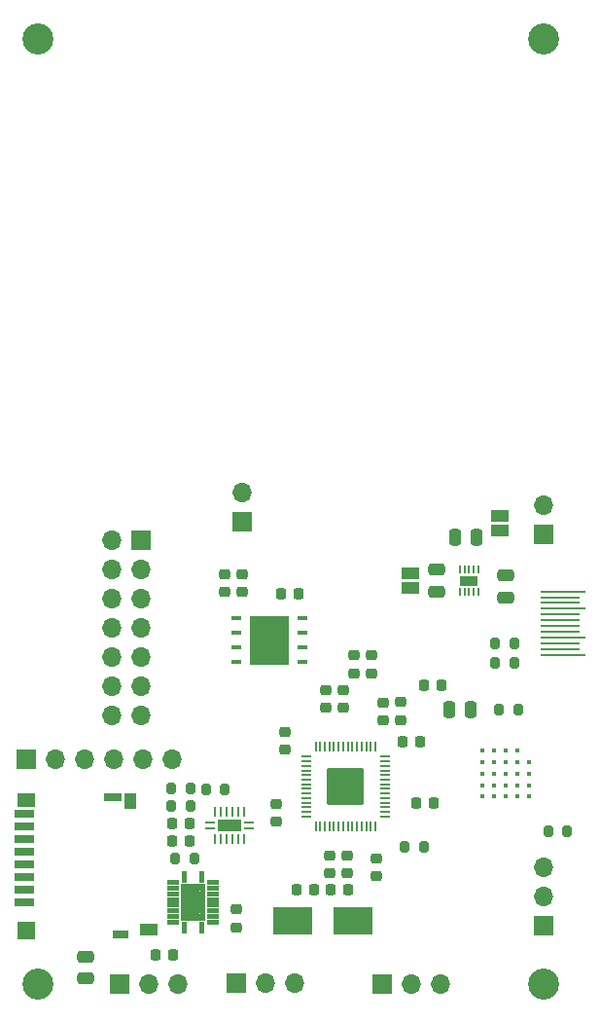
<source format=gts>
G04 #@! TF.GenerationSoftware,KiCad,Pcbnew,8.0.1-8.0.1-1~ubuntu22.04.1*
G04 #@! TF.CreationDate,2024-06-03T13:26:47-07:00*
G04 #@! TF.ProjectId,emu_brd,656d755f-6272-4642-9e6b-696361645f70,REV1*
G04 #@! TF.SameCoordinates,Original*
G04 #@! TF.FileFunction,Soldermask,Top*
G04 #@! TF.FilePolarity,Negative*
%FSLAX46Y46*%
G04 Gerber Fmt 4.6, Leading zero omitted, Abs format (unit mm)*
G04 Created by KiCad (PCBNEW 8.0.1-8.0.1-1~ubuntu22.04.1) date 2024-06-03 13:26:47*
%MOMM*%
%LPD*%
G01*
G04 APERTURE LIST*
G04 Aperture macros list*
%AMRoundRect*
0 Rectangle with rounded corners*
0 $1 Rounding radius*
0 $2 $3 $4 $5 $6 $7 $8 $9 X,Y pos of 4 corners*
0 Add a 4 corners polygon primitive as box body*
4,1,4,$2,$3,$4,$5,$6,$7,$8,$9,$2,$3,0*
0 Add four circle primitives for the rounded corners*
1,1,$1+$1,$2,$3*
1,1,$1+$1,$4,$5*
1,1,$1+$1,$6,$7*
1,1,$1+$1,$8,$9*
0 Add four rect primitives between the rounded corners*
20,1,$1+$1,$2,$3,$4,$5,0*
20,1,$1+$1,$4,$5,$6,$7,0*
20,1,$1+$1,$6,$7,$8,$9,0*
20,1,$1+$1,$8,$9,$2,$3,0*%
G04 Aperture macros list end*
%ADD10C,0.000000*%
%ADD11R,0.280000X0.850000*%
%ADD12R,0.850000X0.280000*%
%ADD13C,0.600000*%
%ADD14RoundRect,0.200000X0.200000X0.275000X-0.200000X0.275000X-0.200000X-0.275000X0.200000X-0.275000X0*%
%ADD15R,1.700000X1.700000*%
%ADD16O,1.700000X1.700000*%
%ADD17R,3.500000X2.400000*%
%ADD18R,0.965200X0.431800*%
%ADD19R,3.454400X4.343400*%
%ADD20RoundRect,0.200000X-0.200000X-0.275000X0.200000X-0.275000X0.200000X0.275000X-0.200000X0.275000X0*%
%ADD21R,3.500000X0.250000*%
%ADD22R,4.000000X0.250000*%
%ADD23RoundRect,0.250000X-0.475000X0.250000X-0.475000X-0.250000X0.475000X-0.250000X0.475000X0.250000X0*%
%ADD24RoundRect,0.225000X-0.225000X-0.250000X0.225000X-0.250000X0.225000X0.250000X-0.225000X0.250000X0*%
%ADD25RoundRect,0.225000X-0.250000X0.225000X-0.250000X-0.225000X0.250000X-0.225000X0.250000X0.225000X0*%
%ADD26RoundRect,0.225000X0.225000X0.250000X-0.225000X0.250000X-0.225000X-0.250000X0.225000X-0.250000X0*%
%ADD27RoundRect,0.225000X0.250000X-0.225000X0.250000X0.225000X-0.250000X0.225000X-0.250000X-0.225000X0*%
%ADD28RoundRect,0.250000X0.475000X-0.250000X0.475000X0.250000X-0.475000X0.250000X-0.475000X-0.250000X0*%
%ADD29RoundRect,0.050000X-0.387500X-0.050000X0.387500X-0.050000X0.387500X0.050000X-0.387500X0.050000X0*%
%ADD30RoundRect,0.050000X-0.050000X-0.387500X0.050000X-0.387500X0.050000X0.387500X-0.050000X0.387500X0*%
%ADD31RoundRect,0.144000X-1.456000X-1.456000X1.456000X-1.456000X1.456000X1.456000X-1.456000X1.456000X0*%
%ADD32C,2.700000*%
%ADD33RoundRect,0.250000X-0.250000X-0.475000X0.250000X-0.475000X0.250000X0.475000X-0.250000X0.475000X0*%
%ADD34R,1.500000X0.900000*%
%ADD35R,0.220000X0.760000*%
%ADD36RoundRect,0.250000X0.250000X0.475000X-0.250000X0.475000X-0.250000X-0.475000X0.250000X-0.475000X0*%
%ADD37R,1.750000X0.700000*%
%ADD38R,1.000000X1.450000*%
%ADD39R,1.550000X1.000000*%
%ADD40R,1.500000X0.800000*%
%ADD41R,1.500000X1.300000*%
%ADD42R,1.500000X1.500000*%
%ADD43R,1.400000X0.800000*%
%ADD44R,1.500000X1.000000*%
%ADD45RoundRect,0.062500X0.350000X-0.062500X0.350000X0.062500X-0.350000X0.062500X-0.350000X-0.062500X0*%
%ADD46RoundRect,0.062500X0.062500X-0.350000X0.062500X0.350000X-0.062500X0.350000X-0.062500X-0.350000X0*%
%ADD47R,2.000000X1.000000*%
%ADD48C,0.410000*%
G04 APERTURE END LIST*
D10*
G36*
X85503296Y-111026997D02*
G01*
X84514103Y-111026997D01*
X84514103Y-110607805D01*
X85503296Y-110607805D01*
X85503296Y-111026997D01*
G37*
G36*
X87693297Y-108336995D02*
G01*
X87274103Y-108336995D01*
X87274103Y-107347804D01*
X87693297Y-107347804D01*
X87693297Y-108336995D01*
G37*
G36*
X85503296Y-110526995D02*
G01*
X84514103Y-110526995D01*
X84514103Y-110107804D01*
X85503296Y-110107804D01*
X85503296Y-110526995D01*
G37*
G36*
X85503296Y-108526997D02*
G01*
X84514103Y-108526997D01*
X84514103Y-108107805D01*
X85503296Y-108107805D01*
X85503296Y-108526997D01*
G37*
G36*
X85503296Y-109026996D02*
G01*
X84514103Y-109026996D01*
X84514103Y-108607804D01*
X85503296Y-108607804D01*
X85503296Y-109026996D01*
G37*
G36*
X88953297Y-112026995D02*
G01*
X87964104Y-112026995D01*
X87964104Y-111607803D01*
X88953297Y-111607803D01*
X88953297Y-112026995D01*
G37*
G36*
X87693297Y-112786996D02*
G01*
X87274103Y-112786996D01*
X87274103Y-111797805D01*
X87693297Y-111797805D01*
X87693297Y-112786996D01*
G37*
G36*
X87822200Y-109867400D02*
G01*
X85645200Y-109867400D01*
X85645200Y-109480000D01*
X87822200Y-109480000D01*
X87822200Y-109867400D01*
G37*
G36*
X88953297Y-109526995D02*
G01*
X87964104Y-109526995D01*
X87964104Y-109107803D01*
X88953297Y-109107803D01*
X88953297Y-109526995D01*
G37*
G36*
X88953297Y-110026996D02*
G01*
X87964104Y-110026996D01*
X87964104Y-109607805D01*
X88953297Y-109607805D01*
X88953297Y-110026996D01*
G37*
G36*
X85503296Y-109526997D02*
G01*
X84514103Y-109526997D01*
X84514103Y-109107803D01*
X85503296Y-109107803D01*
X85503296Y-109526997D01*
G37*
G36*
X87822200Y-111655899D02*
G01*
X85645200Y-111655899D01*
X85645200Y-111054800D01*
X87822200Y-111054800D01*
X87822200Y-111655899D01*
G37*
G36*
X88953297Y-109026996D02*
G01*
X87964104Y-109026996D01*
X87964104Y-108607804D01*
X88953297Y-108607804D01*
X88953297Y-109026996D01*
G37*
G36*
X86140000Y-111655899D02*
G01*
X85645200Y-111655899D01*
X85645200Y-108478901D01*
X86140000Y-108478901D01*
X86140000Y-111655899D01*
G37*
G36*
X88953297Y-111026997D02*
G01*
X87964104Y-111026997D01*
X87964104Y-110607803D01*
X88953297Y-110607803D01*
X88953297Y-111026997D01*
G37*
G36*
X87822200Y-110654800D02*
G01*
X85645200Y-110654800D01*
X85645200Y-110267400D01*
X87822200Y-110267400D01*
X87822200Y-110654800D01*
G37*
G36*
X88953297Y-110526995D02*
G01*
X87964104Y-110526995D01*
X87964104Y-110107804D01*
X88953297Y-110107804D01*
X88953297Y-110526995D01*
G37*
G36*
X88953297Y-108526997D02*
G01*
X87964104Y-108526997D01*
X87964104Y-108107803D01*
X88953297Y-108107803D01*
X88953297Y-108526997D01*
G37*
G36*
X87822200Y-111655899D02*
G01*
X87327400Y-111655899D01*
X87327400Y-108478901D01*
X87822200Y-108478901D01*
X87822200Y-111655899D01*
G37*
G36*
X86193297Y-108336995D02*
G01*
X85774103Y-108336995D01*
X85774103Y-107347804D01*
X86193297Y-107347804D01*
X86193297Y-108336995D01*
G37*
G36*
X86193297Y-112786996D02*
G01*
X85774103Y-112786996D01*
X85774103Y-111797805D01*
X86193297Y-111797805D01*
X86193297Y-112786996D01*
G37*
G36*
X88953297Y-111526996D02*
G01*
X87964104Y-111526996D01*
X87964104Y-111107804D01*
X88953297Y-111107804D01*
X88953297Y-111526996D01*
G37*
G36*
X85503296Y-112026997D02*
G01*
X84514103Y-112026997D01*
X84514103Y-111607803D01*
X85503296Y-111607803D01*
X85503296Y-112026997D01*
G37*
G36*
X87822200Y-109080000D02*
G01*
X85645200Y-109080000D01*
X85645200Y-108478901D01*
X87822200Y-108478901D01*
X87822200Y-109080000D01*
G37*
G36*
X85503296Y-110026996D02*
G01*
X84514103Y-110026996D01*
X84514103Y-109607805D01*
X85503296Y-109607805D01*
X85503296Y-110026996D01*
G37*
G36*
X86927400Y-111655899D02*
G01*
X86540000Y-111655899D01*
X86540000Y-108478901D01*
X86927400Y-108478901D01*
X86927400Y-111655899D01*
G37*
G36*
X85503296Y-111526996D02*
G01*
X84514103Y-111526996D01*
X84514103Y-111107804D01*
X85503296Y-111107804D01*
X85503296Y-111526996D01*
G37*
D11*
X87483701Y-112292399D03*
D12*
X88458700Y-111817399D03*
X88458700Y-111317400D03*
X88458700Y-110817401D03*
X88458700Y-110317400D03*
X88458700Y-109817400D03*
X88458700Y-109317399D03*
X88458700Y-108817400D03*
X88458700Y-108317401D03*
D11*
X87483701Y-107842401D03*
X85983699Y-107842401D03*
D12*
X85008700Y-108317401D03*
X85008700Y-108817400D03*
X85008700Y-109317399D03*
X85008700Y-109817400D03*
X85008700Y-110317400D03*
X85008700Y-110817401D03*
X85008700Y-111317400D03*
X85008700Y-111817399D03*
D11*
X85983699Y-112292399D03*
D13*
X87127400Y-110067400D03*
X86340000Y-110067400D03*
X87127400Y-109280000D03*
X87127400Y-110854800D03*
X86340000Y-110854800D03*
X86340000Y-109280000D03*
D14*
X114695000Y-89235000D03*
X113045000Y-89235000D03*
X113020000Y-87585000D03*
X114670000Y-87585000D03*
D15*
X82200000Y-78605000D03*
D16*
X79660000Y-78605000D03*
X82200000Y-81145000D03*
X79660000Y-81145000D03*
X82200000Y-83685000D03*
X79660000Y-83685000D03*
X82200000Y-86225000D03*
X79660000Y-86225000D03*
X82200000Y-88765000D03*
X79660000Y-88765000D03*
X82200000Y-91305000D03*
X79660000Y-91305000D03*
X82200000Y-93845000D03*
X79660000Y-93845000D03*
D17*
X95415000Y-111705000D03*
X100615000Y-111705000D03*
D18*
X90469800Y-85375000D03*
X90469800Y-86645000D03*
X90469800Y-87915000D03*
X90469800Y-89185000D03*
X96210200Y-89185000D03*
X96210200Y-87915000D03*
X96210200Y-86645000D03*
X96210200Y-85375000D03*
D19*
X93340000Y-87280000D03*
D20*
X85190000Y-106255000D03*
X86840000Y-106255000D03*
D21*
X118690000Y-83530000D03*
X118690000Y-84030000D03*
X118690000Y-85030000D03*
X118690000Y-85530000D03*
X118690000Y-86030000D03*
X118690000Y-86530000D03*
X118690000Y-87530000D03*
X118690000Y-88030000D03*
D22*
X118940000Y-83030000D03*
X118940000Y-84530000D03*
X118940000Y-87030000D03*
X118940000Y-88530000D03*
D15*
X90510000Y-117105000D03*
D16*
X93050000Y-117105000D03*
X95590000Y-117105000D03*
D15*
X80350000Y-117180000D03*
D16*
X82890000Y-117180000D03*
X85430000Y-117180000D03*
D15*
X72200000Y-97605000D03*
D16*
X74740000Y-97605000D03*
X77280000Y-97605000D03*
X79820000Y-97605000D03*
X82360000Y-97605000D03*
X84900000Y-97605000D03*
D23*
X107965000Y-83055000D03*
X107965000Y-81155000D03*
D15*
X90990000Y-76940000D03*
D16*
X90990000Y-74400000D03*
D24*
X104940000Y-96098000D03*
X106490000Y-96098000D03*
D25*
X93990000Y-101505000D03*
X93990000Y-103055000D03*
D26*
X95915000Y-83230000D03*
X94365000Y-83230000D03*
D25*
X89500000Y-81540000D03*
X89500000Y-83090000D03*
D27*
X91000000Y-83090000D03*
X91000000Y-81540000D03*
X99771400Y-93164600D03*
X99771400Y-91614600D03*
D25*
X100736600Y-88604700D03*
X100736600Y-90154700D03*
X102679700Y-106232300D03*
X102679700Y-107782300D03*
D28*
X113915000Y-81630000D03*
X113915000Y-83530000D03*
D27*
X94690000Y-96775000D03*
X94690000Y-95225000D03*
D26*
X108390000Y-91205000D03*
X106840000Y-91205000D03*
D29*
X96562500Y-97400000D03*
X96562500Y-97800000D03*
X96562500Y-98200000D03*
X96562500Y-98600000D03*
X96562500Y-99000000D03*
X96562500Y-99400000D03*
X96562500Y-99800000D03*
X96562500Y-100200000D03*
X96562500Y-100600000D03*
X96562500Y-101000000D03*
X96562500Y-101400000D03*
X96562500Y-101800000D03*
X96562500Y-102200000D03*
X96562500Y-102600000D03*
D30*
X97400000Y-103437500D03*
X97800000Y-103437500D03*
X98200000Y-103437500D03*
X98600000Y-103437500D03*
X99000000Y-103437500D03*
X99400000Y-103437500D03*
X99800000Y-103437500D03*
X100200000Y-103437500D03*
X100600000Y-103437500D03*
X101000000Y-103437500D03*
X101400000Y-103437500D03*
X101800000Y-103437500D03*
X102200000Y-103437500D03*
X102600000Y-103437500D03*
D29*
X103437500Y-102600000D03*
X103437500Y-102200000D03*
X103437500Y-101800000D03*
X103437500Y-101400000D03*
X103437500Y-101000000D03*
X103437500Y-100600000D03*
X103437500Y-100200000D03*
X103437500Y-99800000D03*
X103437500Y-99400000D03*
X103437500Y-99000000D03*
X103437500Y-98600000D03*
X103437500Y-98200000D03*
X103437500Y-97800000D03*
X103437500Y-97400000D03*
D30*
X102600000Y-96562500D03*
X102200000Y-96562500D03*
X101800000Y-96562500D03*
X101400000Y-96562500D03*
X101000000Y-96562500D03*
X100600000Y-96562500D03*
X100200000Y-96562500D03*
X99800000Y-96562500D03*
X99400000Y-96562500D03*
X99000000Y-96562500D03*
X98600000Y-96562500D03*
X98200000Y-96562500D03*
X97800000Y-96562500D03*
X97400000Y-96562500D03*
D31*
X100000000Y-100000000D03*
D26*
X97290000Y-109000000D03*
X95740000Y-109000000D03*
D32*
X117290000Y-35000000D03*
X117290000Y-117180000D03*
D27*
X98272800Y-93151800D03*
X98272800Y-91601800D03*
X104826000Y-94206000D03*
X104826000Y-92656000D03*
D32*
X73190000Y-35000000D03*
X73190000Y-117180000D03*
D33*
X109040000Y-93300000D03*
X110940000Y-93300000D03*
D24*
X106133800Y-101457400D03*
X107683800Y-101457400D03*
D25*
X100127000Y-105991000D03*
X100127000Y-107541000D03*
D27*
X103238500Y-94244100D03*
X103238500Y-92694100D03*
D25*
X102222500Y-88604700D03*
X102222500Y-90154700D03*
X98615700Y-105978300D03*
X98615700Y-107528300D03*
D24*
X98710000Y-109000000D03*
X100260000Y-109000000D03*
D26*
X84890000Y-104730000D03*
X86440000Y-104730000D03*
D27*
X90490000Y-110680000D03*
X90490000Y-112230000D03*
D20*
X117665000Y-103900000D03*
X119315000Y-103900000D03*
D14*
X86490000Y-100180000D03*
X84840000Y-100180000D03*
X89515000Y-100255000D03*
X87865000Y-100255000D03*
D15*
X117290000Y-112100000D03*
D16*
X117290000Y-109560000D03*
X117290000Y-107020000D03*
D34*
X110765000Y-82105000D03*
D35*
X109965000Y-81120000D03*
X110365000Y-81120000D03*
X110765000Y-81120000D03*
X111165000Y-81120000D03*
X111565000Y-81120000D03*
X111565000Y-83090000D03*
X111165000Y-83090000D03*
X110765000Y-83090000D03*
X110365000Y-83090000D03*
X109965000Y-83090000D03*
D14*
X86490000Y-101680000D03*
X84840000Y-101680000D03*
D36*
X109515000Y-78305000D03*
X111415000Y-78305000D03*
D37*
X72040000Y-110075000D03*
X72040000Y-108975000D03*
X72040000Y-107875000D03*
X72040000Y-106775000D03*
X72040000Y-105675000D03*
X72040000Y-104575000D03*
X72040000Y-103475000D03*
X72040000Y-102375000D03*
D38*
X81265000Y-101250000D03*
D39*
X82840000Y-112475000D03*
D40*
X79765000Y-100925000D03*
D41*
X72165000Y-101175000D03*
D42*
X72165000Y-112525000D03*
D43*
X80415000Y-112875000D03*
D26*
X83440000Y-114605000D03*
X84990000Y-114605000D03*
D23*
X77390000Y-116705000D03*
X77390000Y-114805000D03*
D20*
X113365000Y-93300000D03*
X115015000Y-93300000D03*
D15*
X117290000Y-78080000D03*
D16*
X117290000Y-75540000D03*
D44*
X113465000Y-77755000D03*
X113465000Y-76455000D03*
X105665000Y-82755000D03*
X105665000Y-81455000D03*
D45*
X88202500Y-103655000D03*
D46*
X88640000Y-104592500D03*
X89140000Y-104592500D03*
X89640000Y-104592500D03*
X90140000Y-104592500D03*
X90640000Y-104592500D03*
X91140000Y-104592500D03*
D45*
X91577500Y-103655000D03*
X91577500Y-103155000D03*
D46*
X91140000Y-102217500D03*
X90640000Y-102217500D03*
X90140000Y-102217500D03*
X89640000Y-102217500D03*
X89140000Y-102217500D03*
X88640000Y-102217500D03*
D45*
X88202500Y-103155000D03*
D47*
X89890000Y-103405000D03*
D16*
X108290000Y-117180000D03*
X105750000Y-117180000D03*
D15*
X103210000Y-117180000D03*
D20*
X105165000Y-105230000D03*
X106815000Y-105230000D03*
D48*
X115954000Y-97876000D03*
X115954000Y-98876000D03*
X115954000Y-99876000D03*
X115954000Y-100876000D03*
X114954000Y-96876000D03*
X114954000Y-97876000D03*
X114954000Y-98876000D03*
X114954000Y-99876000D03*
X114954000Y-100876000D03*
X113954000Y-96876000D03*
X113954000Y-97876000D03*
X113954000Y-98876000D03*
X113954000Y-99876000D03*
X113954000Y-100876000D03*
X112954000Y-96876000D03*
X112954000Y-97876000D03*
X112954000Y-98876000D03*
X112954000Y-99876000D03*
X112954000Y-100876000D03*
X111954000Y-96876000D03*
X111954000Y-97876000D03*
X111954000Y-98876000D03*
X111954000Y-99876000D03*
X111954000Y-100876000D03*
D26*
X86440000Y-103205000D03*
X84890000Y-103205000D03*
M02*

</source>
